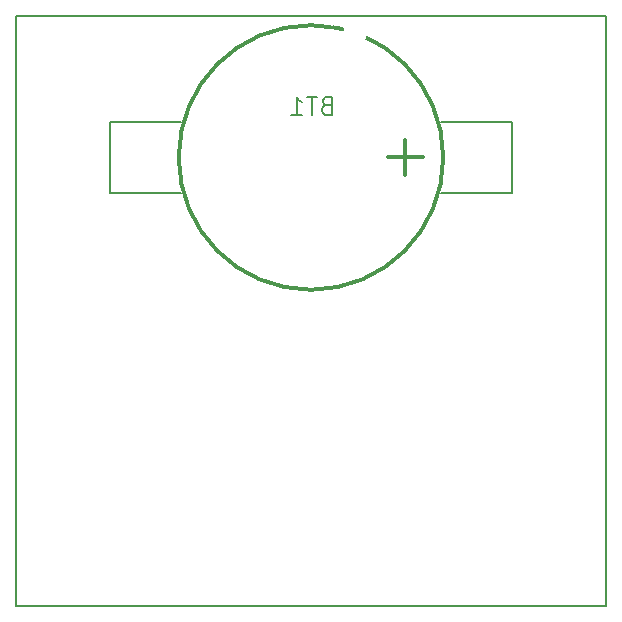
<source format=gbo>
%FSLAX46Y46*%
G04 Gerber Fmt 4.6, Leading zero omitted, Abs format (unit mm)*
G04 Created by KiCad (PCBNEW (2014-jul-16 BZR unknown)-product) date Thu 06 Nov 2014 11:15:42 PM PST*
%MOMM*%
G01*
G04 APERTURE LIST*
%ADD10C,0.100000*%
%ADD11C,0.150000*%
%ADD12C,0.300000*%
%ADD13R,4.000000X5.000000*%
%ADD14R,2.432000X2.127200*%
%ADD15O,2.432000X2.127200*%
%ADD16C,6.400000*%
%ADD17R,2.127200X2.127200*%
%ADD18O,2.127200X2.127200*%
%ADD19C,2.000000*%
%ADD20R,2.432000X2.432000*%
%ADD21O,2.432000X2.432000*%
%ADD22C,3.399740*%
%ADD23C,1.110000*%
G04 APERTURE END LIST*
D10*
D11*
X0Y0D02*
X0Y50000000D01*
X50000000Y0D02*
X0Y0D01*
X50000000Y50000000D02*
X0Y50000000D01*
X50000000Y0D02*
X50000000Y50000000D01*
D12*
X33000000Y39500000D02*
X33000000Y36500000D01*
X34500000Y38000000D02*
X31500000Y38000000D01*
D11*
X8000000Y41000000D02*
X8000000Y35000000D01*
X8000000Y35000000D02*
X14000000Y35000000D01*
X8000000Y41000000D02*
X14000000Y41000000D01*
X42000000Y41000000D02*
X36000000Y41000000D01*
X42000000Y41000000D02*
X42000000Y35000000D01*
X42000000Y35000000D02*
X36000000Y35000000D01*
D12*
X36200000Y38000000D02*
G75*
G03X36200000Y38000000I-11200000J0D01*
G74*
G01*
D11*
X26278571Y42407143D02*
X26064285Y42335714D01*
X25992857Y42264286D01*
X25921428Y42121429D01*
X25921428Y41907143D01*
X25992857Y41764286D01*
X26064285Y41692857D01*
X26207143Y41621429D01*
X26778571Y41621429D01*
X26778571Y43121429D01*
X26278571Y43121429D01*
X26135714Y43050000D01*
X26064285Y42978571D01*
X25992857Y42835714D01*
X25992857Y42692857D01*
X26064285Y42550000D01*
X26135714Y42478571D01*
X26278571Y42407143D01*
X26778571Y42407143D01*
X25492857Y43121429D02*
X24635714Y43121429D01*
X25064285Y41621429D02*
X25064285Y43121429D01*
X23350000Y41621429D02*
X24207143Y41621429D01*
X23778571Y41621429D02*
X23778571Y43121429D01*
X23921428Y42907143D01*
X24064286Y42764286D01*
X24207143Y42692857D01*
%LPC*%
D13*
X10350000Y38000000D03*
X39650000Y38000000D03*
D14*
X39000000Y48540000D03*
D15*
X39000000Y46000000D03*
X39000000Y43460000D03*
D16*
X45000000Y5000000D03*
X5000000Y5000000D03*
X5000000Y45000000D03*
X45000000Y45000000D03*
D17*
X5080000Y31750000D03*
D18*
X2540000Y31750000D03*
X5080000Y34290000D03*
X2540000Y34290000D03*
X5080000Y36830000D03*
X2540000Y36830000D03*
D19*
X28700000Y48500000D03*
X35300000Y48500000D03*
D20*
X48260000Y39370000D03*
D21*
X48260000Y36830000D03*
D20*
X48260000Y31750000D03*
D21*
X48260000Y29210000D03*
D22*
X37500000Y17500000D03*
X12500000Y17500000D03*
D23*
X15000000Y2700000D03*
X15000000Y900000D03*
X25000000Y2700000D03*
X25000000Y900000D03*
M02*

</source>
